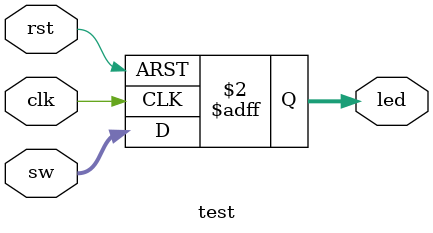
<source format=v>
`timescale 1ns / 1ps


module test(
input               clk,
input               rst,
input       [7:0]   sw,
output reg  [7:0]   led);
always@(posedge clk or posedge rst)
begin
    if(rst)
        led <= 8'haa;
    else
        led <= sw;
end

endmodule

</source>
